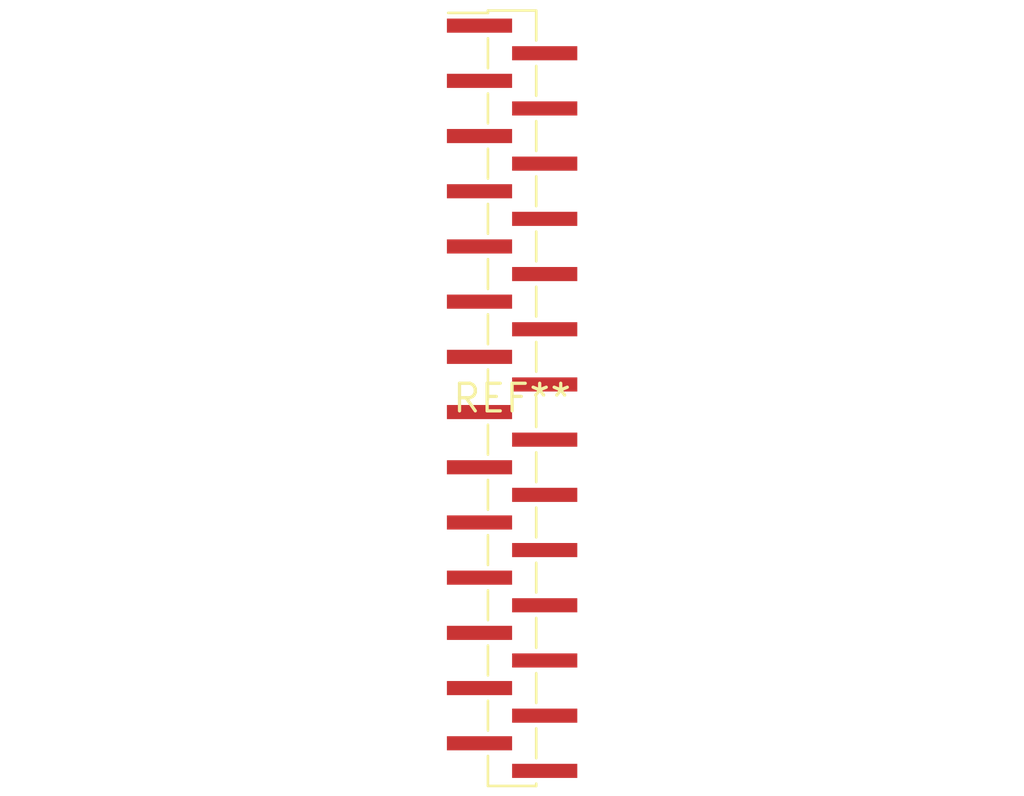
<source format=kicad_pcb>
(kicad_pcb (version 20240108) (generator pcbnew)
  (layers (0 "F.Cu" signal) (31 "B.Cu" signal) (34 "B.Paste" user) (35 "F.Paste" user) (36 "B.SilkS" user "B.Silkscreen") (37 "F.SilkS" user "F.Silkscreen") (38 "B.Mask" user) (39 "F.Mask" user) (44 "Edge.Cuts" user))
  (net 0 "")
  (footprint "PinHeader_1x28_P1.27mm_Vertical_SMD_Pin1Left" (layer "F.Cu") (at 0 0)
    (property "Reference" "REF**")
    (property "Value" "PinHeader_1x28_P1.27mm_Vertical_SMD_Pin1Left")
    (fp_line (start -1.11 -17.84) (end -1.11 -17.73) (layer "F.SilkS") (stroke (width 0.12)))
    (fp_line (start -1.11 -17.84) (end 1.11 -17.84) (layer "F.SilkS") (stroke (width 0.12)))
    (fp_line (start -1.11 -17.73) (end -2.94 -17.73) (layer "F.SilkS") (stroke (width 0.12)))
    (fp_line (start -1.11 -16.56) (end -1.11 -15.19) (layer "F.SilkS") (stroke (width 0.12)))
    (fp_line (start -1.11 -14.02) (end -1.11 -12.65) (layer "F.SilkS") (stroke (width 0.12)))
    (fp_line (start -1.11 -11.48) (end -1.11 -10.11) (layer "F.SilkS") (stroke (width 0.12)))
    (fp_line (start -1.11 -8.94) (end -1.11 -7.57) (layer "F.SilkS") (stroke (width 0.12)))
    (fp_line (start -1.11 -6.4) (end -1.11 -5.03) (layer "F.SilkS") (stroke (width 0.12)))
    (fp_line (start -1.11 -3.86) (end -1.11 -2.49) (layer "F.SilkS") (stroke (width 0.12)))
    (fp_line (start -1.11 -1.32) (end -1.11 0.05) (layer "F.SilkS") (stroke (width 0.12)))
    (fp_line (start -1.11 1.22) (end -1.11 2.59) (layer "F.SilkS") (stroke (width 0.12)))
    (fp_line (start -1.11 3.76) (end -1.11 5.13) (layer "F.SilkS") (stroke (width 0.12)))
    (fp_line (start -1.11 6.3) (end -1.11 7.67) (layer "F.SilkS") (stroke (width 0.12)))
    (fp_line (start -1.11 8.84) (end -1.11 10.21) (layer "F.SilkS") (stroke (width 0.12)))
    (fp_line (start -1.11 11.38) (end -1.11 12.75) (layer "F.SilkS") (stroke (width 0.12)))
    (fp_line (start -1.11 13.92) (end -1.11 15.29) (layer "F.SilkS") (stroke (width 0.12)))
    (fp_line (start -1.11 16.46) (end -1.11 17.83) (layer "F.SilkS") (stroke (width 0.12)))
    (fp_line (start -1.11 17.84) (end 1.11 17.84) (layer "F.SilkS") (stroke (width 0.12)))
    (fp_line (start 1.11 -17.83) (end 1.11 -16.46) (layer "F.SilkS") (stroke (width 0.12)))
    (fp_line (start 1.11 -15.29) (end 1.11 -13.92) (layer "F.SilkS") (stroke (width 0.12)))
    (fp_line (start 1.11 -12.75) (end 1.11 -11.38) (layer "F.SilkS") (stroke (width 0.12)))
    (fp_line (start 1.11 -10.21) (end 1.11 -8.84) (layer "F.SilkS") (stroke (width 0.12)))
    (fp_line (start 1.11 -7.67) (end 1.11 -6.3) (layer "F.SilkS") (stroke (width 0.12)))
    (fp_line (start 1.11 -5.13) (end 1.11 -3.76) (layer "F.SilkS") (stroke (width 0.12)))
    (fp_line (start 1.11 -2.59) (end 1.11 -1.22) (layer "F.SilkS") (stroke (width 0.12)))
    (fp_line (start 1.11 -0.05) (end 1.11 1.32) (layer "F.SilkS") (stroke (width 0.12)))
    (fp_line (start 1.11 2.49) (end 1.11 3.86) (layer "F.SilkS") (stroke (width 0.12)))
    (fp_line (start 1.11 5.03) (end 1.11 6.4) (layer "F.SilkS") (stroke (width 0.12)))
    (fp_line (start 1.11 7.57) (end 1.11 8.94) (layer "F.SilkS") (stroke (width 0.12)))
    (fp_line (start 1.11 10.11) (end 1.11 11.48) (layer "F.SilkS") (stroke (width 0.12)))
    (fp_line (start 1.11 12.65) (end 1.11 14.02) (layer "F.SilkS") (stroke (width 0.12)))
    (fp_line (start 1.11 15.19) (end 1.11 16.56) (layer "F.SilkS") (stroke (width 0.12)))
    (fp_line (start 1.11 17.73) (end 1.11 17.84) (layer "F.SilkS") (stroke (width 0.12)))
    (pad "1" smd rect (at -1.5 -17.145) (size 3 0.65) (layers "F.Cu" "F.Paste" "F.Mask"))
    (pad "2" smd rect (at 1.5 -15.875) (size 3 0.65) (layers "F.Cu" "F.Paste" "F.Mask"))
    (pad "3" smd rect (at -1.5 -14.605) (size 3 0.65) (layers "F.Cu" "F.Paste" "F.Mask"))
    (pad "4" smd rect (at 1.5 -13.335) (size 3 0.65) (layers "F.Cu" "F.Paste" "F.Mask"))
    (pad "5" smd rect (at -1.5 -12.065) (size 3 0.65) (layers "F.Cu" "F.Paste" "F.Mask"))
    (pad "6" smd rect (at 1.5 -10.795) (size 3 0.65) (layers "F.Cu" "F.Paste" "F.Mask"))
    (pad "7" smd rect (at -1.5 -9.525) (size 3 0.65) (layers "F.Cu" "F.Paste" "F.Mask"))
    (pad "8" smd rect (at 1.5 -8.255) (size 3 0.65) (layers "F.Cu" "F.Paste" "F.Mask"))
    (pad "9" smd rect (at -1.5 -6.985) (size 3 0.65) (layers "F.Cu" "F.Paste" "F.Mask"))
    (pad "10" smd rect (at 1.5 -5.715) (size 3 0.65) (layers "F.Cu" "F.Paste" "F.Mask"))
    (pad "11" smd rect (at -1.5 -4.445) (size 3 0.65) (layers "F.Cu" "F.Paste" "F.Mask"))
    (pad "12" smd rect (at 1.5 -3.175) (size 3 0.65) (layers "F.Cu" "F.Paste" "F.Mask"))
    (pad "13" smd rect (at -1.5 -1.905) (size 3 0.65) (layers "F.Cu" "F.Paste" "F.Mask"))
    (pad "14" smd rect (at 1.5 -0.635) (size 3 0.65) (layers "F.Cu" "F.Paste" "F.Mask"))
    (pad "15" smd rect (at -1.5 0.635) (size 3 0.65) (layers "F.Cu" "F.Paste" "F.Mask"))
    (pad "16" smd rect (at 1.5 1.905) (size 3 0.65) (layers "F.Cu" "F.Paste" "F.Mask"))
    (pad "17" smd rect (at -1.5 3.175) (size 3 0.65) (layers "F.Cu" "F.Paste" "F.Mask"))
    (pad "18" smd rect (at 1.5 4.445) (size 3 0.65) (layers "F.Cu" "F.Paste" "F.Mask"))
    (pad "19" smd rect (at -1.5 5.715) (size 3 0.65) (layers "F.Cu" "F.Paste" "F.Mask"))
    (pad "20" smd rect (at 1.5 6.985) (size 3 0.65) (layers "F.Cu" "F.Paste" "F.Mask"))
    (pad "21" smd rect (at -1.5 8.255) (size 3 0.65) (layers "F.Cu" "F.Paste" "F.Mask"))
    (pad "22" smd rect (at 1.5 9.525) (size 3 0.65) (layers "F.Cu" "F.Paste" "F.Mask"))
    (pad "23" smd rect (at -1.5 10.795) (size 3 0.65) (layers "F.Cu" "F.Paste" "F.Mask"))
    (pad "24" smd rect (at 1.5 12.065) (size 3 0.65) (layers "F.Cu" "F.Paste" "F.Mask"))
    (pad "25" smd rect (at -1.5 13.335) (size 3 0.65) (layers "F.Cu" "F.Paste" "F.Mask"))
    (pad "26" smd rect (at 1.5 14.605) (size 3 0.65) (layers "F.Cu" "F.Paste" "F.Mask"))
    (pad "27" smd rect (at -1.5 15.875) (size 3 0.65) (layers "F.Cu" "F.Paste" "F.Mask"))
    (pad "28" smd rect (at 1.5 17.145) (size 3 0.65) (layers "F.Cu" "F.Paste" "F.Mask"))
  )
)
</source>
